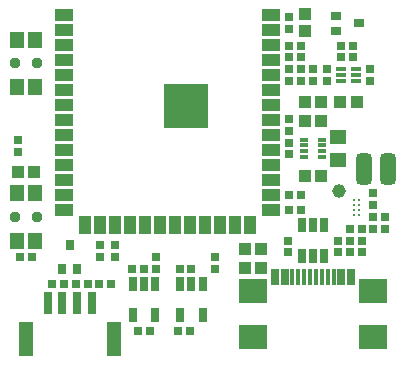
<source format=gbs>
G04*
G04 #@! TF.GenerationSoftware,Altium Limited,Altium Designer,24.10.1 (45)*
G04*
G04 Layer_Color=16711935*
%FSLAX25Y25*%
%MOIN*%
G70*
G04*
G04 #@! TF.SameCoordinates,F1BA22F4-9FB4-4C3A-9B32-68D4286BD9C5*
G04*
G04*
G04 #@! TF.FilePolarity,Negative*
G04*
G01*
G75*
%ADD20R,0.02953X0.02953*%
%ADD21R,0.02953X0.02953*%
%ADD23C,0.00591*%
%ADD24C,0.03740*%
%ADD25C,0.03347*%
%ADD58R,0.04528X0.11221*%
%ADD59R,0.02953X0.07284*%
%ADD60R,0.02559X0.03347*%
%ADD61R,0.15158X0.15158*%
%ADD62R,0.06496X0.04134*%
%ADD63R,0.04134X0.06496*%
%ADD64R,0.03347X0.02559*%
%ADD65R,0.03937X0.03937*%
%ADD66R,0.03228X0.01772*%
%ADD67R,0.03937X0.03937*%
%ADD68R,0.02992X0.01654*%
%ADD69R,0.05512X0.04528*%
G04:AMPARAMS|DCode=70|XSize=53.15mil|YSize=104.33mil|CornerRadius=14.76mil|HoleSize=0mil|Usage=FLASHONLY|Rotation=180.000|XOffset=0mil|YOffset=0mil|HoleType=Round|Shape=RoundedRectangle|*
%AMROUNDEDRECTD70*
21,1,0.05315,0.07480,0,0,180.0*
21,1,0.02362,0.10433,0,0,180.0*
1,1,0.02953,-0.01181,0.03740*
1,1,0.02953,0.01181,0.03740*
1,1,0.02953,0.01181,-0.03740*
1,1,0.02953,-0.01181,-0.03740*
%
%ADD70ROUNDEDRECTD70*%
%ADD71C,0.04528*%
%ADD72C,0.01299*%
%ADD73R,0.02953X0.04921*%
%ADD74R,0.02559X0.04921*%
%ADD75R,0.09173X0.08465*%
%ADD76R,0.01772X0.05315*%
%ADD77R,0.02953X0.05315*%
%ADD78R,0.04528X0.05315*%
D20*
X24409Y24803D02*
D03*
X28346D02*
D03*
X36220D02*
D03*
X32283D02*
D03*
X44094D02*
D03*
X40157D02*
D03*
X103543Y104331D02*
D03*
X107480D02*
D03*
X103543Y100394D02*
D03*
X107480D02*
D03*
X120866Y104331D02*
D03*
X124803D02*
D03*
X120866Y100394D02*
D03*
X124803D02*
D03*
X107480Y96457D02*
D03*
X111417D02*
D03*
X107480Y92520D02*
D03*
X111417D02*
D03*
X131496Y47244D02*
D03*
X135433D02*
D03*
X131496Y43307D02*
D03*
X135433D02*
D03*
X107480Y54528D02*
D03*
X103543D02*
D03*
X107480Y49606D02*
D03*
X103543D02*
D03*
X127559Y43307D02*
D03*
X123622D02*
D03*
X70866Y29921D02*
D03*
X66929D02*
D03*
X57087Y9055D02*
D03*
X53150D02*
D03*
X70472D02*
D03*
X66535D02*
D03*
X55118Y29921D02*
D03*
X51181D02*
D03*
X13780Y33858D02*
D03*
X17717D02*
D03*
D21*
X45472Y37795D02*
D03*
Y33858D02*
D03*
X103543Y113976D02*
D03*
Y110039D02*
D03*
X116142Y92520D02*
D03*
Y96457D02*
D03*
X130315Y92520D02*
D03*
Y96457D02*
D03*
X103543Y79921D02*
D03*
Y75984D02*
D03*
Y72047D02*
D03*
Y68110D02*
D03*
X127559Y39370D02*
D03*
Y35433D02*
D03*
X123622Y39370D02*
D03*
Y35433D02*
D03*
X119685D02*
D03*
Y39370D02*
D03*
X103150D02*
D03*
Y35433D02*
D03*
X78740Y33858D02*
D03*
Y29921D02*
D03*
X59055D02*
D03*
Y33858D02*
D03*
X40453Y37795D02*
D03*
Y33858D02*
D03*
X12992Y68898D02*
D03*
Y72835D02*
D03*
X103543Y96457D02*
D03*
Y92520D02*
D03*
X131496Y51181D02*
D03*
Y55118D02*
D03*
D23*
X100039Y21654D02*
D03*
X122795D02*
D03*
D24*
X12205Y98425D02*
D03*
X19291D02*
D03*
X12205Y47244D02*
D03*
X19291D02*
D03*
D25*
X63386Y81496D02*
D03*
X74409D02*
D03*
Y87008D02*
D03*
X63386D02*
D03*
X66142Y78740D02*
D03*
X71653D02*
D03*
Y89764D02*
D03*
X66142D02*
D03*
Y84252D02*
D03*
X71653D02*
D03*
X68898Y81496D02*
D03*
Y87008D02*
D03*
D58*
X44980Y6398D02*
D03*
X15650D02*
D03*
D59*
X22933Y18602D02*
D03*
X27854D02*
D03*
X32776D02*
D03*
X37697D02*
D03*
D60*
X32874Y29921D02*
D03*
X27756D02*
D03*
X30315Y37795D02*
D03*
D61*
X68898Y84252D02*
D03*
D62*
X97441Y114567D02*
D03*
Y109567D02*
D03*
Y104567D02*
D03*
Y99567D02*
D03*
Y94567D02*
D03*
Y89567D02*
D03*
Y84567D02*
D03*
Y79567D02*
D03*
Y74567D02*
D03*
Y69567D02*
D03*
Y64567D02*
D03*
Y59567D02*
D03*
Y54567D02*
D03*
Y49567D02*
D03*
X28543D02*
D03*
Y54567D02*
D03*
Y59567D02*
D03*
Y64567D02*
D03*
Y69567D02*
D03*
Y74567D02*
D03*
Y79567D02*
D03*
Y84567D02*
D03*
Y89567D02*
D03*
Y94567D02*
D03*
Y99567D02*
D03*
Y104567D02*
D03*
Y109567D02*
D03*
Y114567D02*
D03*
D63*
X65433Y44488D02*
D03*
X90433D02*
D03*
X80433D02*
D03*
X85433D02*
D03*
X70433D02*
D03*
X75433D02*
D03*
X55433D02*
D03*
X50433D02*
D03*
X45433D02*
D03*
X60433D02*
D03*
X40433D02*
D03*
X35433D02*
D03*
D64*
X118898Y109252D02*
D03*
Y114370D02*
D03*
X126772Y111811D02*
D03*
D65*
X108661Y109252D02*
D03*
Y114764D02*
D03*
D66*
X125728Y92520D02*
D03*
Y94488D02*
D03*
Y96457D02*
D03*
X120728D02*
D03*
Y94488D02*
D03*
Y92520D02*
D03*
D67*
X120472Y85433D02*
D03*
X125984D02*
D03*
X114173Y79134D02*
D03*
X108661D02*
D03*
X114173Y61024D02*
D03*
X108661D02*
D03*
X94095Y30315D02*
D03*
X88583D02*
D03*
X94095Y36614D02*
D03*
X88583D02*
D03*
X12992Y62205D02*
D03*
X18504D02*
D03*
X108661Y85433D02*
D03*
X114173D02*
D03*
D68*
X114311Y73032D02*
D03*
Y71063D02*
D03*
Y69095D02*
D03*
Y67126D02*
D03*
X108524D02*
D03*
Y69095D02*
D03*
Y71063D02*
D03*
Y73032D02*
D03*
D69*
X119882Y74016D02*
D03*
Y66142D02*
D03*
D70*
X128347Y63386D02*
D03*
X136221D02*
D03*
D71*
X120079Y55905D02*
D03*
D72*
X125197Y48031D02*
D03*
Y49606D02*
D03*
Y51181D02*
D03*
Y52756D02*
D03*
X126772Y48031D02*
D03*
Y49606D02*
D03*
Y51181D02*
D03*
Y52756D02*
D03*
D73*
X115157Y34252D02*
D03*
X111417D02*
D03*
X107677D02*
D03*
X111417Y44488D02*
D03*
X67126Y14567D02*
D03*
X74606D02*
D03*
Y24803D02*
D03*
X70866D02*
D03*
X67126D02*
D03*
X51378Y14567D02*
D03*
X58858D02*
D03*
Y24803D02*
D03*
X55118D02*
D03*
X51378D02*
D03*
D74*
X107677Y44488D02*
D03*
X115157D02*
D03*
D75*
X91299Y7283D02*
D03*
Y22638D02*
D03*
X131535Y7283D02*
D03*
Y22638D02*
D03*
D76*
X110433Y27067D02*
D03*
X112402D02*
D03*
X108465D02*
D03*
X106496D02*
D03*
X104528D02*
D03*
X114370D02*
D03*
X116339D02*
D03*
X118307D02*
D03*
D77*
X120866D02*
D03*
X124016D02*
D03*
X101969D02*
D03*
X98819D02*
D03*
D78*
X18701Y90551D02*
D03*
X12795D02*
D03*
X18701Y106299D02*
D03*
X12795D02*
D03*
X18701Y39370D02*
D03*
X12795D02*
D03*
X18701Y55118D02*
D03*
X12795D02*
D03*
M02*

</source>
